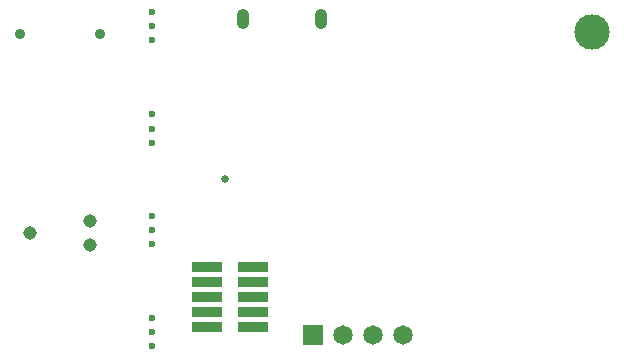
<source format=gbs>
G04*
G04 #@! TF.GenerationSoftware,Altium Limited,Altium Designer,20.0.13 (296)*
G04*
G04 Layer_Color=16711935*
%FSLAX24Y24*%
%MOIN*%
G70*
G01*
G75*
%ADD88R,0.1005X0.0359*%
%ADD117C,0.0450*%
%ADD118O,0.0414X0.0690*%
%ADD119C,0.0236*%
%ADD120C,0.0651*%
%ADD121R,0.0651X0.0651*%
%ADD122C,0.0354*%
%ADD123C,0.1181*%
%ADD145C,0.0257*%
D88*
X1955Y3000D02*
D03*
Y2500D02*
D03*
Y2000D02*
D03*
Y1500D02*
D03*
Y1000D02*
D03*
X3490Y3000D02*
D03*
Y2500D02*
D03*
Y2000D02*
D03*
Y1500D02*
D03*
Y1000D02*
D03*
D117*
X-3943Y4126D02*
D03*
X-1943Y4526D02*
D03*
Y3726D02*
D03*
D118*
X5748Y11240D02*
D03*
X3150D02*
D03*
D119*
X118Y7126D02*
D03*
Y3740D02*
D03*
Y8071D02*
D03*
Y7598D02*
D03*
X118Y1299D02*
D03*
X118Y827D02*
D03*
X118Y354D02*
D03*
X118Y4213D02*
D03*
Y4685D02*
D03*
Y11496D02*
D03*
Y11024D02*
D03*
Y10551D02*
D03*
D120*
X8484Y719D02*
D03*
X7484D02*
D03*
X6484D02*
D03*
D121*
X5484D02*
D03*
D122*
X-4281Y10748D02*
D03*
X-1604D02*
D03*
D123*
X14764Y10827D02*
D03*
D145*
X2559Y5913D02*
D03*
M02*

</source>
